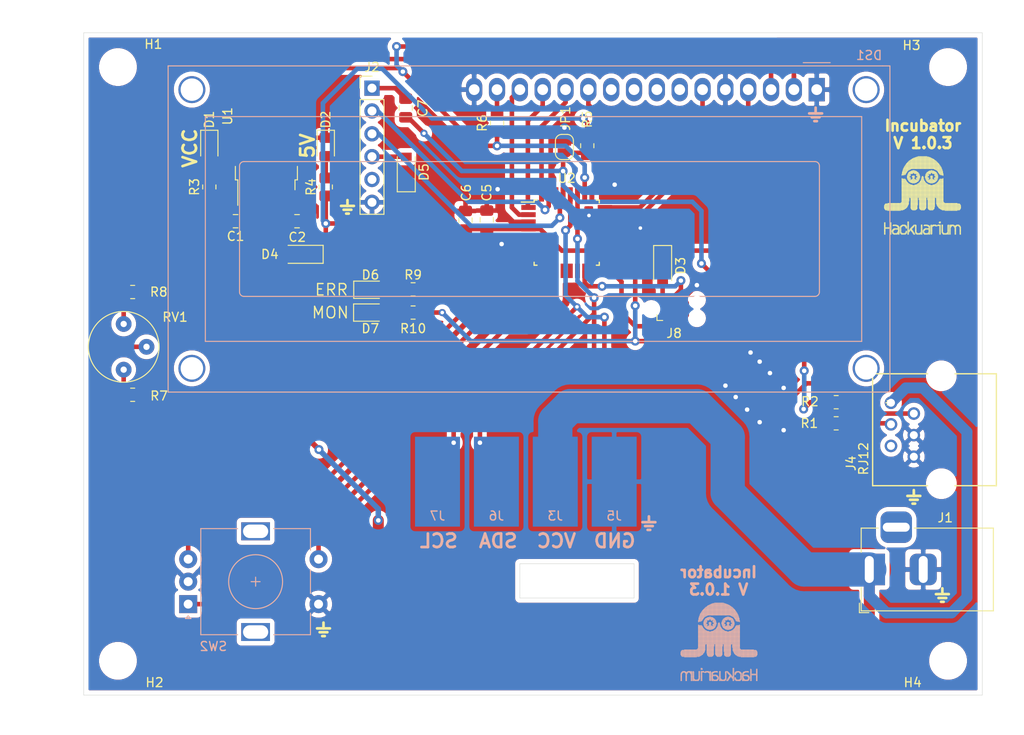
<source format=kicad_pcb>
(kicad_pcb (version 20171130) (host pcbnew 5.1.12-84ad8e8a86~92~ubuntu20.04.1)
  (title_block (title Simple-Screen) (date 2021-08-05) (rev 1.1.0) (company Hackuarium))
  (layers (0 F.Cu signal) (31 B.Cu signal) (34 B.Paste user) (35 F.Paste user) (36 B.SilkS user) (37 F.SilkS user) (38 B.Mask user) (39 F.Mask user) (44 Edge.Cuts user))
  (net 0 "")
  (net 1 GND)
  (net 2 12V)
  (net 3 "Net-(C2-Pad1)")
  (net 4 VIN)
  (net 5 "Net-(D2-Pad2)")
  (net 6 "Net-(D3-Pad2)")
  (net 7 "Net-(DS1-Pad3)")
  (net 8 D3)
  (net 9 D2)
  (net 10 "Net-(DS1-Pad7)")
  (net 11 "Net-(DS1-Pad8)")
  (net 12 "Net-(DS1-Pad9)")
  (net 13 "Net-(DS1-Pad10)")
  (net 14 D4)
  (net 15 D5)
  (net 16 D6)
  (net 17 D7)
  (net 18 "Net-(DS1-Pad15)")
  (net 19 "Net-(J1-Pad3)")
  (net 20 MISO)
  (net 21 MOSI)
  (net 22 ~RESET)
  (net 23 SCL)
  (net 24 SDA)
  (net 25 "Net-(J4-Pad5)")
  (net 26 "Net-(R7-Pad2)")
  (net 27 "Net-(R8-Pad1)")
  (net 28 C2)
  (net 29 C1)
  (net 30 C0)
  (net 31 "Net-(U2-Pad12)")
  (net 32 "Net-(U2-Pad13)")
  (net 33 "Net-(U2-Pad14)")
  (net 34 "Net-(U2-Pad19)")
  (net 35 "Net-(U2-Pad20)")
  (net 36 "Net-(U2-Pad22)")
  (net 37 C3)
  (net 38 "Net-(D5-Pad2)")
  (net 39 "Net-(J2-Pad5)")
  (net 40 RX)
  (net 41 TX)
  (net 42 "Net-(D1-Pad2)")
  (net 43 "Net-(C7-Pad2)")
  (net 44 "Net-(D6-Pad2)")
  (net 45 "Net-(D7-Pad2)")
  (net 46 ERROR)
  (net 47 SCK|MONITORING)
  (net 48 "Net-(U2-Pad8)")
  (module MountingHole:MountingHole_3.2mm_M3 (layer F.Cu) (at 96.139 -3.81)
    (fp_text reference H4 (at -3.937 2.413) (layer F.SilkS))
    (fp_text value MountingHole)
    (pad 1 np_thru_hole circle (at 0 0) (size 3.2 3.2) (drill 3.2) (layers *.Cu *.Mask))
  )
  (module MountingHole:MountingHole_3.2mm_M3 (layer F.Cu) (at 96.139 -69.85)
    (fp_text reference H3 (at -4.064 -2.413) (layer F.SilkS))
    (fp_text value MountingHole)
    (pad 1 np_thru_hole circle (at 0 0) (size 3.2 3.2) (drill 3.2) (layers *.Cu *.Mask))
  )
  (module MountingHole:MountingHole_3.2mm_M3 (layer F.Cu) (at 3.81 -3.81)
    (fp_text reference H2 (at 4.064 2.413) (layer F.SilkS))
    (fp_text value MountingHole)
    (pad 1 np_thru_hole circle (at 0 0) (size 3.2 3.2) (drill 3.2) (layers *.Cu *.Mask))
  )
  (module MountingHole:MountingHole_3.2mm_M3 (layer F.Cu) (at 3.81 -69.85)
    (fp_text reference H1 (at 3.937 -2.54) (layer F.SilkS))
    (fp_text value MountingHole)
    (pad 1 np_thru_hole circle (at 0 0) (size 3.2 3.2) (drill 3.2) (layers *.Cu *.Mask))
  )
  (module incubator:logoHackuarium (layer B.Cu) (at 76.835 -12.065 180)
    (fp_text reference logoHackuarium hide)
    (fp_text value "" (at 0 0) (layer B.SilkS) (effects (font (size 1.27 1.27)) (justify mirror)))
  )
  (module incubator:logoHackuarium (layer F.Cu) (at 87.122 -61.722)
    (fp_text reference logoHackuarium hide)
    (fp_text value "" (at 0 0) (layer F.SilkS) (effects (font (size 1.27 1.27))))
  )
  (module Resistor_SMD:R_0805_2012Metric_Pad1.20x1.40mm_HandSolder (layer F.Cu) (at 36.637001 -42.545 180)
    (fp_text reference R10 (at 0 -1.778) (layer F.SilkS))
    (fp_text value 1k)
    (pad 2 smd roundrect (at 1 0 180) (size 1.2 1.4) (layers F.Cu F.Paste F.Mask) (roundrect_rratio 0.208333) (net 45 "Net-(D7-Pad2)"))
    (pad 1 smd roundrect (at -1 0 180) (size 1.2 1.4) (layers F.Cu F.Paste F.Mask) (roundrect_rratio 0.208333) (net 47 SCK|MONITORING))
  )
  (module Resistor_SMD:R_0805_2012Metric_Pad1.20x1.40mm_HandSolder (layer F.Cu) (at 36.637001 -45.125999 180)
    (fp_text reference R9 (at 0 1.610001) (layer F.SilkS))
    (fp_text value 1k)
    (pad 2 smd roundrect (at 1 0 180) (size 1.2 1.4) (layers F.Cu F.Paste F.Mask) (roundrect_rratio 0.208333) (net 44 "Net-(D6-Pad2)"))
    (pad 1 smd roundrect (at -1 0 180) (size 1.2 1.4) (layers F.Cu F.Paste F.Mask) (roundrect_rratio 0.208333) (net 46 ERROR))
  )
  (module LED_SMD:LED_0805_2012Metric_Pad1.15x1.40mm_HandSolder (layer F.Cu) (at 31.877 -42.545)
    (fp_text reference D7 (at 0 1.778) (layer F.SilkS))
    (fp_text value GREEN)
    (pad 2 smd roundrect (at 1.025 0) (size 1.15 1.4) (layers F.Cu F.Paste F.Mask) (roundrect_rratio 0.217391) (net 45 "Net-(D7-Pad2)"))
    (pad 1 smd roundrect (at -1.025 0) (size 1.15 1.4) (layers F.Cu F.Paste F.Mask) (roundrect_rratio 0.217391) (net 1 GND))
  )
  (module LED_SMD:LED_0805_2012Metric_Pad1.15x1.40mm_HandSolder (layer F.Cu) (at 31.892001 -45.080999)
    (fp_text reference D6 (at 0 -1.65) (layer F.SilkS))
    (fp_text value GREEN)
    (pad 2 smd roundrect (at 1.025 0) (size 1.15 1.4) (layers F.Cu F.Paste F.Mask) (roundrect_rratio 0.217391) (net 44 "Net-(D6-Pad2)"))
    (pad 1 smd roundrect (at -1.025 0) (size 1.15 1.4) (layers F.Cu F.Paste F.Mask) (roundrect_rratio 0.217391) (net 1 GND))
  )
  (module Connector:Tag-Connect_TC2030-IDC-NL_2x03_P1.27mm_Vertical (layer F.Cu) (at 65.666 -42.935)
    (fp_text reference J8 (at 0 2.7) (layer F.SilkS))
    (fp_text value Conn_02x03_Odd_Even)
    (pad 6 connect circle (at 1.27 -0.635) (size 0.7874 0.7874) (layers F.Cu F.Mask) (net 1 GND))
    (pad 5 connect circle (at 1.27 0.635) (size 0.7874 0.7874) (layers F.Cu F.Mask) (net 22 ~RESET))
    (pad 4 connect circle (at 0 -0.635) (size 0.7874 0.7874) (layers F.Cu F.Mask) (net 21 MOSI))
    (pad 3 connect circle (at 0 0.635) (size 0.7874 0.7874) (layers F.Cu F.Mask) (net 47 SCK|MONITORING))
    (pad 2 connect circle (at -1.27 -0.635) (size 0.7874 0.7874) (layers F.Cu F.Mask) (net 6 "Net-(D3-Pad2)"))
    (pad 1 connect circle (at -1.27 0.635) (size 0.7874 0.7874) (layers F.Cu F.Mask) (net 20 MISO))
    (pad "" np_thru_hole circle (at -2.54 0) (size 0.9906 0.9906) (drill 0.9906) (layers *.Cu *.Mask))
    (pad "" np_thru_hole circle (at 2.54 1.016) (size 0.9906 0.9906) (drill 0.9906) (layers *.Cu *.Mask))
    (pad "" np_thru_hole circle (at 2.54 -1.016) (size 0.9906 0.9906) (drill 0.9906) (layers *.Cu *.Mask))
  )
  (module Diode_SMD:D_SOD-123 (layer F.Cu) (at 64.389 -47.752 270)
    (fp_text reference D3 (at 0 -2 90) (layer F.SilkS))
    (fp_text value MBR0520LT)
    (pad 2 smd rect (at 1.65 0 270) (size 0.9 1.2) (layers F.Cu F.Paste F.Mask) (net 6 "Net-(D3-Pad2)"))
    (pad 1 smd rect (at -1.65 0 270) (size 0.9 1.2) (layers F.Cu F.Paste F.Mask) (net 4 VIN))
  )
  (module Package_TO_SOT_SMD:TO-252-2 (layer F.Cu) (at 20.319 -59.773 90)
    (fp_text reference U1 (at 4.616 -4.317 90) (layer F.SilkS))
    (fp_text value LM78M05_TO252)
    (pad 2 smd rect (at 2.1 0 90) (size 6.4 5.8) (layers F.Cu F.Mask) (net 1 GND))
    (pad 3 smd rect (at -4.2 2.28 90) (size 2.2 1.2) (layers F.Cu F.Paste F.Mask) (net 3 "Net-(C2-Pad1)"))
    (pad 1 smd rect (at -4.2 -2.28 90) (size 2.2 1.2) (layers F.Cu F.Paste F.Mask) (net 2 12V))
  )
  (module Resistor_SMD:R_0805_2012Metric_Pad1.20x1.40mm_HandSolder (layer F.Cu) (at 26.924 -56.515 90)
    (fp_text reference R4 (at 0 -1.65 90) (layer F.SilkS))
    (fp_text value 1k)
    (pad 2 smd roundrect (at 1 0 90) (size 1.2 1.4) (layers F.Cu F.Paste F.Mask) (roundrect_rratio 0.208333) (net 5 "Net-(D2-Pad2)"))
    (pad 1 smd roundrect (at -1 0 90) (size 1.2 1.4) (layers F.Cu F.Paste F.Mask) (roundrect_rratio 0.208333) (net 4 VIN))
  )
  (module Resistor_SMD:R_0805_2012Metric_Pad1.20x1.40mm_HandSolder (layer F.Cu) (at 13.97 -56.515 90)
    (fp_text reference R3 (at 0 -1.65 90) (layer F.SilkS))
    (fp_text value 10k)
    (pad 2 smd roundrect (at 1 0 90) (size 1.2 1.4) (layers F.Cu F.Paste F.Mask) (roundrect_rratio 0.208333) (net 42 "Net-(D1-Pad2)"))
    (pad 1 smd roundrect (at -1 0 90) (size 1.2 1.4) (layers F.Cu F.Paste F.Mask) (roundrect_rratio 0.208333) (net 2 12V))
  )
  (module LED_SMD:LED_0805_2012Metric_Pad1.15x1.40mm_HandSolder (layer F.Cu) (at 26.924 -60.96 270)
    (fp_text reference D2 (at -3.048 0 90) (layer F.SilkS))
    (fp_text value RED)
    (pad 2 smd roundrect (at 1.025 0 270) (size 1.15 1.4) (layers F.Cu F.Paste F.Mask) (roundrect_rratio 0.217391) (net 5 "Net-(D2-Pad2)"))
    (pad 1 smd roundrect (at -1.025 0 270) (size 1.15 1.4) (layers F.Cu F.Paste F.Mask) (roundrect_rratio 0.217391) (net 1 GND))
  )
  (module LED_SMD:LED_0805_2012Metric_Pad1.15x1.40mm_HandSolder (layer F.Cu) (at 13.97 -60.96 270)
    (fp_text reference D1 (at -3.048 0 90) (layer F.SilkS))
    (fp_text value RED)
    (pad 2 smd roundrect (at 1.025 0 270) (size 1.15 1.4) (layers F.Cu F.Paste F.Mask) (roundrect_rratio 0.217391) (net 42 "Net-(D1-Pad2)"))
    (pad 1 smd roundrect (at -1.025 0 270) (size 1.15 1.4) (layers F.Cu F.Paste F.Mask) (roundrect_rratio 0.217391) (net 1 GND))
  )
  (module Capacitor_SMD:C_0805_2012Metric_Pad1.18x1.45mm_HandSolder (layer F.Cu) (at 23.7275 -52.705)
    (fp_text reference C2 (at 0.0215 1.778) (layer F.SilkS))
    (fp_text value 100n)
    (pad 2 smd roundrect (at 1.0375 0) (size 1.175 1.45) (layers F.Cu F.Paste F.Mask) (roundrect_rratio 0.212766) (net 1 GND))
    (pad 1 smd roundrect (at -1.0375 0) (size 1.175 1.45) (layers F.Cu F.Paste F.Mask) (roundrect_rratio 0.212766) (net 3 "Net-(C2-Pad1)"))
  )
  (module Capacitor_SMD:C_0805_2012Metric_Pad1.18x1.45mm_HandSolder (layer F.Cu) (at 16.891 -52.705 180)
    (fp_text reference C1 (at 0 -1.68) (layer F.SilkS))
    (fp_text value 0.33u)
    (pad 2 smd roundrect (at 1.0375 0 180) (size 1.175 1.45) (layers F.Cu F.Paste F.Mask) (roundrect_rratio 0.212766) (net 1 GND))
    (pad 1 smd roundrect (at -1.0375 0 180) (size 1.175 1.45) (layers F.Cu F.Paste F.Mask) (roundrect_rratio 0.212766) (net 2 12V))
  )
  (module Connector_Wire:SolderWirePad_1x01_SMD_5x10mm (layer B.Cu) (at 39.351001 -23.736)
    (fp_text reference J7 (at 0 3.81) (layer B.SilkS) (effects (justify mirror)))
    (fp_text value Conn_01x01)
    (pad 1 smd rect (at 0 0) (size 5 10) (layers B.Cu B.Paste B.Mask) (net 23 SCL))
  )
  (module Connector_Wire:SolderWirePad_1x01_SMD_5x10mm (layer B.Cu) (at 45.901001 -23.736)
    (fp_text reference J6 (at 0 3.81) (layer B.SilkS) (effects (justify mirror)))
    (fp_text value Conn_01x01)
    (pad 1 smd rect (at 0 0) (size 5 10) (layers B.Cu B.Paste B.Mask) (net 24 SDA))
  )
  (module Connector_Wire:SolderWirePad_1x01_SMD_5x10mm (layer B.Cu) (at 59.001001 -23.736)
    (fp_text reference J5 (at 0 3.81) (layer B.SilkS) (effects (justify mirror)))
    (fp_text value Conn_01x01)
    (pad 1 smd rect (at 0 0) (size 5 10) (layers B.Cu B.Paste B.Mask) (net 1 GND))
  )
  (module Connector_Wire:SolderWirePad_1x01_SMD_5x10mm (layer B.Cu) (at 52.451001 -23.736)
    (fp_text reference J3 (at 0 3.81) (layer B.SilkS) (effects (justify mirror)))
    (fp_text value Conn_01x01)
    (pad 1 smd rect (at 0 0) (size 5 10) (layers B.Cu B.Paste B.Mask) (net 2 12V))
  )
  (module Jumper:SolderJumper-2_P1.3mm_Open_RoundedPad1.0x1.5mm (layer F.Cu) (at 53.467 -60.96 270)
    (fp_text reference JP1 (at -3.175 -0.127 90) (layer F.SilkS))
    (fp_text value SolderJumper_2_Open)
    (pad 2 smd custom (at 0.65 0 270) (size 1 0.5) (layers F.Cu F.Mask) (net 22 ~RESET) (options (clearance outline) (anchor rect)) (primitives (gr_circle (center 0 0.25) (end 0.5 0.25) (width 0)) (gr_circle (center 0 -0.25) (end 0.5 -0.25) (width 0)) (gr_poly (pts (xy 0 -0.75) (xy -0.5 -0.75) (xy -0.5 0.75) (xy 0 0.75)) (width 0))))
    (pad 1 smd custom (at -0.65 0 270) (size 1 0.5) (layers F.Cu F.Mask) (net 1 GND) (options (clearance outline) (anchor rect)) (primitives (gr_circle (center 0 0.25) (end 0.5 0.25) (width 0)) (gr_circle (center 0 -0.25) (end 0.5 -0.25) (width 0)) (gr_poly (pts (xy 0 -0.75) (xy 0.5 -0.75) (xy 0.5 0.75) (xy 0 0.75)) (width 0))))
  )
  (module Connector_PinHeader_2.54mm:PinHeader_1x06_P2.54mm_Vertical (layer F.Cu) (at 32.065 -67.506)
    (fp_text reference J2 (at 0 -2.33) (layer F.SilkS))
    (fp_text value Conn_01x06)
    (pad 6 thru_hole oval (at 0 12.7) (size 1.7 1.7) (drill 1) (layers *.Cu *.Mask) (net 1 GND))
    (pad 5 thru_hole oval (at 0 10.16) (size 1.7 1.7) (drill 1) (layers *.Cu *.Mask) (net 39 "Net-(J2-Pad5)"))
    (pad 4 thru_hole oval (at 0 7.62) (size 1.7 1.7) (drill 1) (layers *.Cu *.Mask) (net 38 "Net-(D5-Pad2)"))
    (pad 3 thru_hole oval (at 0 5.08) (size 1.7 1.7) (drill 1) (layers *.Cu *.Mask) (net 40 RX))
    (pad 2 thru_hole oval (at 0 2.54) (size 1.7 1.7) (drill 1) (layers *.Cu *.Mask) (net 41 TX))
    (pad 1 thru_hole rect (at 0 0) (size 1.7 1.7) (drill 1) (layers *.Cu *.Mask) (net 43 "Net-(C7-Pad2)"))
  )
  (module Diode_SMD:D_SOD-123 (layer F.Cu) (at 35.8775 -58.2295 90)
    (fp_text reference D5 (at -0.0635 1.9685 90) (layer F.SilkS))
    (fp_text value MBR0520LT)
    (pad 2 smd rect (at 1.65 0 90) (size 0.9 1.2) (layers F.Cu F.Paste F.Mask) (net 38 "Net-(D5-Pad2)"))
    (pad 1 smd rect (at -1.65 0 90) (size 0.9 1.2) (layers F.Cu F.Paste F.Mask) (net 4 VIN))
  )
  (module Diode_SMD:D_SOD-123 (layer F.Cu) (at 24.384 -49.022 180)
    (fp_text reference D4 (at 3.683 0) (layer F.SilkS))
    (fp_text value MBR0520LT)
    (pad 2 smd rect (at 1.65 0 180) (size 0.9 1.2) (layers F.Cu F.Paste F.Mask) (net 3 "Net-(C2-Pad1)"))
    (pad 1 smd rect (at -1.65 0 180) (size 0.9 1.2) (layers F.Cu F.Paste F.Mask) (net 4 VIN))
  )
  (module Capacitor_SMD:C_0805_2012Metric_Pad1.18x1.45mm_HandSolder (layer F.Cu) (at 35.814 -65.2995 90)
    (fp_text reference C7 (at -0.0215 1.905 90) (layer F.SilkS))
    (fp_text value 100n)
    (pad 2 smd roundrect (at 1.0375 0 90) (size 1.175 1.45) (layers F.Cu F.Paste F.Mask) (roundrect_rratio 0.212766) (net 43 "Net-(C7-Pad2)"))
    (pad 1 smd roundrect (at -1.0375 0 90) (size 1.175 1.45) (layers F.Cu F.Paste F.Mask) (roundrect_rratio 0.212766) (net 22 ~RESET))
  )
  (module Capacitor_SMD:C_0805_2012Metric_Pad1.18x1.45mm_HandSolder (layer F.Cu) (at 44.831 -52.8535 90)
    (fp_text reference C5 (at 3.0265 0 90) (layer F.SilkS))
    (fp_text value 10u)
    (pad 1 smd roundrect (at -1.0375 0 90) (size 1.175 1.45) (layers F.Cu F.Paste F.Mask) (roundrect_rratio 0.212766) (net 4 VIN))
    (pad 2 smd roundrect (at 1.0375 0 90) (size 1.175 1.45) (layers F.Cu F.Paste F.Mask) (roundrect_rratio 0.212766) (net 1 GND))
  )
  (module Capacitor_SMD:C_0805_2012Metric_Pad1.18x1.45mm_HandSolder (layer F.Cu) (at 42.465499 -52.8105 90)
    (fp_text reference C6 (at 3.0695 0.079501 90) (layer F.SilkS))
    (fp_text value 100n)
    (pad 2 smd roundrect (at 1.0375 0 90) (size 1.175 1.45) (layers F.Cu F.Paste F.Mask) (roundrect_rratio 0.212766) (net 1 GND))
    (pad 1 smd roundrect (at -1.0375 0 90) (size 1.175 1.45) (layers F.Cu F.Paste F.Mask) (roundrect_rratio 0.212766) (net 4 VIN))
  )
  (module Display:WC1602A (layer B.Cu) (at 81.53 -67.34 180)
    (fp_text reference DS1 (at -5.82 3.81) (layer B.SilkS) (effects (justify mirror)))
    (fp_text value WC1602A)
    (pad 1 thru_hole rect (at 0 0 180) (size 1.8 2.6) (drill 1.2) (layers *.Cu *.Mask) (net 1 GND))
    (pad 2 thru_hole oval (at 2.54 0 180) (size 1.8 2.6) (drill 1.2) (layers *.Cu *.Mask) (net 37 C3))
    (pad 3 thru_hole oval (at 5.08 0 180) (size 1.8 2.6) (drill 1.2) (layers *.Cu *.Mask) (net 7 "Net-(DS1-Pad3)"))
    (pad 4 thru_hole oval (at 7.62 0 180) (size 1.8 2.6) (drill 1.2) (layers *.Cu *.Mask) (net 30 C0))
    (pad 5 thru_hole oval (at 10.16 0 180) (size 1.8 2.6) (drill 1.2) (layers *.Cu *.Mask) (net 1 GND))
    (pad 6 thru_hole oval (at 12.7 0 180) (size 1.8 2.6) (drill 1.2) (layers *.Cu *.Mask) (net 29 C1))
    (pad 7 thru_hole oval (at 15.24 0 180) (size 1.8 2.6) (drill 1.2) (layers *.Cu *.Mask) (net 10 "Net-(DS1-Pad7)"))
    (pad 8 thru_hole oval (at 17.78 0 180) (size 1.8 2.6) (drill 1.2) (layers *.Cu *.Mask) (net 11 "Net-(DS1-Pad8)"))
    (pad 9 thru_hole oval (at 20.32 0 180) (size 1.8 2.6) (drill 1.2) (layers *.Cu *.Mask) (net 12 "Net-(DS1-Pad9)"))
    (pad 10 thru_hole oval (at 22.86 0 180) (size 1.8 2.6) (drill 1.2) (layers *.Cu *.Mask) (net 13 "Net-(DS1-Pad10)"))
    (pad 11 thru_hole oval (at 25.4 0 180) (size 1.8 2.6) (drill 1.2) (layers *.Cu *.Mask) (net 28 C2))
    (pad 12 thru_hole oval (at 27.94 0 180) (size 1.8 2.6) (drill 1.2) (layers *.Cu *.Mask) (net 9 D2))
    (pad 13 thru_hole oval (at 30.48 0 180) (size 1.8 2.6) (drill 1.2) (layers *.Cu *.Mask) (net 8 D3))
    (pad 14 thru_hole oval (at 33.02 0 180) (size 1.8 2.6) (drill 1.2) (layers *.Cu *.Mask) (net 14 D4))
    (pad 15 thru_hole oval (at 35.56 0 180) (size 1.8 2.6) (drill 1.2) (layers *.Cu *.Mask) (net 18 "Net-(DS1-Pad15)"))
    (pad 16 thru_hole oval (at 38.1 0 180) (size 1.8 2.6) (drill 1.2) (layers *.Cu *.Mask) (net 1 GND))
    (pad "" thru_hole circle (at -5.4991 0 180) (size 3 3) (drill 2.5) (layers *.Cu *.Mask))
    (pad "" thru_hole circle (at -5.4991 -31.0007 180) (size 3 3) (drill 2.5) (layers *.Cu *.Mask))
    (pad "" thru_hole circle (at 69.49948 -31.0007 180) (size 3 3) (drill 2.5) (layers *.Cu *.Mask))
    (pad "" thru_hole circle (at 69.5 0 180) (size 3 3) (drill 2.5) (layers *.Cu *.Mask))
  )
  (module Connector_BarrelJack:BarrelJack_Horizontal (layer F.Cu) (at 87.376 -13.97 180)
    (fp_text reference J1 (at -8.45 5.75) (layer F.SilkS))
    (fp_text value Barrel_Jack_MountingPin)
    (pad 1 thru_hole rect (at 0 0 180) (size 3.5 3.5) (drill oval 1 3) (layers *.Cu *.Mask) (net 2 12V))
    (pad 2 thru_hole roundrect (at -6 0 180) (size 3 3.5) (drill oval 1 3) (layers *.Cu *.Mask) (net 1 GND))
    (pad 3 thru_hole roundrect (at -3 4.7 180) (size 3.5 3.5) (drill oval 3 1) (layers *.Cu *.Mask) (net 19 "Net-(J1-Pad3)"))
  )
  (module incubator:E5566-Q0LK22-L (layer F.Cu) (at 89.789 -32.512 270)
    (fp_text reference J4 (at 6.731 4.445 90) (layer F.SilkS))
    (fp_text value RJ12 (at 6.223 3.048 90) (layer F.SilkS))
    (fp_text user * (at 0 0 90) (layer F.SilkS))
    (pad 1 thru_hole circle (at 0 0 270) (size 1.397 1.397) (drill 0.889) (layers *.Cu *.Mask) (net 2 12V))
    (pad 2 thru_hole circle (at 1.2 -2.54 270) (size 1.397 1.397) (drill 0.889) (layers *.Cu *.Mask) (net 23 SCL))
    (pad 3 thru_hole circle (at 2.4 0 270) (size 1.397 1.397) (drill 0.889) (layers *.Cu *.Mask) (net 24 SDA))
    (pad 4 thru_hole circle (at 3.6 -2.54 270) (size 1.397 1.397) (drill 0.889) (layers *.Cu *.Mask) (net 1 GND))
    (pad 5 thru_hole circle (at 4.800001 0 270) (size 1.397 1.397) (drill 0.889) (layers *.Cu *.Mask) (net 25 "Net-(J4-Pad5)"))
    (pad 6 thru_hole circle (at 6.000001 -2.54 270) (size 1.397 1.397) (drill 0.889) (layers *.Cu *.Mask) (net 1 GND))
    (pad 7 np_thru_hole circle (at -3 -5.6 270) (size 2.413 2.413) (drill 2.413) (layers *.Cu *.Mask))
    (pad 8 np_thru_hole circle (at 8.999998 -5.6 270) (size 2.413 2.413) (drill 2.413) (layers *.Cu *.Mask))
  )
  (module Resistor_SMD:R_0805_2012Metric_Pad1.20x1.40mm_HandSolder (layer F.Cu) (at 83.693 -30.226)
    (fp_text reference R1 (at -2.9845 0) (layer F.SilkS))
    (fp_text value 10k)
    (pad 1 smd roundrect (at -1 0) (size 1.2 1.4) (layers F.Cu F.Paste F.Mask) (roundrect_rratio 0.208333) (net 4 VIN))
    (pad 2 smd roundrect (at 1 0) (size 1.2 1.4) (layers F.Cu F.Paste F.Mask) (roundrect_rratio 0.208333) (net 24 SDA))
  )
  (module Resistor_SMD:R_0805_2012Metric_Pad1.20x1.40mm_HandSolder (layer F.Cu) (at 83.693 -32.5755)
    (fp_text reference R2 (at -2.921 -0.0635) (layer F.SilkS))
    (fp_text value 10k)
    (pad 2 smd roundrect (at 1 0) (size 1.2 1.4) (layers F.Cu F.Paste F.Mask) (roundrect_rratio 0.208333) (net 23 SCL))
    (pad 1 smd roundrect (at -1 0) (size 1.2 1.4) (layers F.Cu F.Paste F.Mask) (roundrect_rratio 0.208333) (net 4 VIN))
  )
  (module Resistor_SMD:R_0805_2012Metric_Pad1.20x1.40mm_HandSolder (layer F.Cu) (at 56.007 -61.103 270)
    (fp_text reference R5 (at -2.937 0 90) (layer F.SilkS))
    (fp_text value 100k)
    (pad 1 smd roundrect (at -1 0 270) (size 1.2 1.4) (layers F.Cu F.Paste F.Mask) (roundrect_rratio 0.208333) (net 4 VIN))
    (pad 2 smd roundrect (at 1 0 270) (size 1.2 1.4) (layers F.Cu F.Paste F.Mask) (roundrect_rratio 0.208333) (net 22 ~RESET))
  )
  (module Resistor_SMD:R_0805_2012Metric_Pad1.20x1.40mm_HandSolder (layer F.Cu) (at 45.974 -63.627 90)
    (fp_text reference R6 (at 0 -1.65 270) (layer F.SilkS))
    (fp_text value 0)
    (pad 2 smd roundrect (at 1 0 90) (size 1.2 1.4) (layers F.Cu F.Paste F.Mask) (roundrect_rratio 0.208333) (net 18 "Net-(DS1-Pad15)"))
    (pad 1 smd roundrect (at -1 0 90) (size 1.2 1.4) (layers F.Cu F.Paste F.Mask) (roundrect_rratio 0.208333) (net 37 C3))
  )
  (module Resistor_SMD:R_0805_2012Metric_Pad1.20x1.40mm_HandSolder (layer F.Cu) (at 5.445 -33.401 180)
    (fp_text reference R7 (at -2.937 -0.127) (layer F.SilkS))
    (fp_text value 100)
    (pad 2 smd roundrect (at 1 0 180) (size 1.2 1.4) (layers F.Cu F.Paste F.Mask) (roundrect_rratio 0.208333) (net 26 "Net-(R7-Pad2)"))
    (pad 1 smd roundrect (at -1 0 180) (size 1.2 1.4) (layers F.Cu F.Paste F.Mask) (roundrect_rratio 0.208333) (net 37 C3))
  )
  (module Resistor_SMD:R_0805_2012Metric_Pad1.20x1.40mm_HandSolder (layer F.Cu) (at 5.445 -44.831)
    (fp_text reference R8 (at 2.905 0 180) (layer F.SilkS))
    (fp_text value 100)
    (pad 1 smd roundrect (at -1 0) (size 1.2 1.4) (layers F.Cu F.Paste F.Mask) (roundrect_rratio 0.208333) (net 27 "Net-(R8-Pad1)"))
    (pad 2 smd roundrect (at 1 0) (size 1.2 1.4) (layers F.Cu F.Paste F.Mask) (roundrect_rratio 0.208333) (net 1 GND))
  )
  (module Potentiometer_THT:Potentiometer_Bourns_3339P_Vertical_HandSoldering (layer F.Cu) (at 4.445 -41.275 180)
    (fp_text reference RV1 (at -5.715 0.762) (layer F.SilkS))
    (fp_text value 10k)
    (pad 3 thru_hole circle (at 0 -5.08 180) (size 1.75 1.75) (drill 0.7) (layers *.Cu *.Mask) (net 26 "Net-(R7-Pad2)"))
    (pad 2 thru_hole circle (at -2.54 -2.54 180) (size 1.75 1.75) (drill 0.7) (layers *.Cu *.Mask) (net 7 "Net-(DS1-Pad3)"))
    (pad 1 thru_hole circle (at 0 0 180) (size 1.75 1.75) (drill 0.7) (layers *.Cu *.Mask) (net 27 "Net-(R8-Pad1)"))
  )
  (module Rotary_Encoder:RotaryEncoder_Alps_EC11E-Switch_Vertical_H20mm (layer B.Cu) (at 11.6206 -10.1151)
    (fp_text reference SW2 (at 2.8 4.7) (layer B.SilkS) (effects (justify mirror)))
    (fp_text value Rotary_Encoder_Switch)
    (pad S1 thru_hole circle (at 14.5 -5) (size 2 2) (drill 1) (layers *.Cu *.Mask) (net 17 D7))
    (pad S2 thru_hole circle (at 14.5 0) (size 2 2) (drill 1) (layers *.Cu *.Mask) (net 1 GND))
    (pad MP thru_hole rect (at 7.5 -8.1) (size 3.2 2) (drill oval 2.8 1.5) (layers *.Cu *.Mask))
    (pad MP thru_hole rect (at 7.5 3.1) (size 3.2 2) (drill oval 2.8 1.5) (layers *.Cu *.Mask))
    (pad B thru_hole circle (at 0 -5) (size 2 2) (drill 1) (layers *.Cu *.Mask) (net 15 D5))
    (pad C thru_hole circle (at 0 -2.5) (size 2 2) (drill 1) (layers *.Cu *.Mask) (net 1 GND))
    (pad A thru_hole rect (at 0 0) (size 2 2) (drill 1) (layers *.Cu *.Mask) (net 16 D6))
  )
  (module Package_QFP:TQFP-32_7x7mm_P0.8mm (layer F.Cu) (at 53.721 -51.435)
    (fp_text reference U2 (at 0 -6.05) (layer F.SilkS))
    (fp_text value ATmega328P-AU)
    (pad 1 smd rect (at -4.25 -2.8) (size 1.6 0.55) (layers F.Cu F.Paste F.Mask) (net 8 D3))
    (pad 2 smd rect (at -4.25 -2) (size 1.6 0.55) (layers F.Cu F.Paste F.Mask) (net 14 D4))
    (pad 3 smd rect (at -4.25 -1.2) (size 1.6 0.55) (layers F.Cu F.Paste F.Mask) (net 1 GND))
    (pad 4 smd rect (at -4.25 -0.4) (size 1.6 0.55) (layers F.Cu F.Paste F.Mask) (net 4 VIN))
    (pad 5 smd rect (at -4.25 0.4) (size 1.6 0.55) (layers F.Cu F.Paste F.Mask) (net 1 GND))
    (pad 6 smd rect (at -4.25 1.2) (size 1.6 0.55) (layers F.Cu F.Paste F.Mask) (net 4 VIN))
    (pad 7 smd rect (at -4.25 2) (size 1.6 0.55) (layers F.Cu F.Paste F.Mask) (net 46 ERROR))
    (pad 8 smd rect (at -4.25 2.8) (size 1.6 0.55) (layers F.Cu F.Paste F.Mask) (net 48 "Net-(U2-Pad8)"))
    (pad 9 smd rect (at -2.8 4.25 90) (size 1.6 0.55) (layers F.Cu F.Paste F.Mask) (net 15 D5))
    (pad 10 smd rect (at -2 4.25 90) (size 1.6 0.55) (layers F.Cu F.Paste F.Mask) (net 16 D6))
    (pad 11 smd rect (at -1.2 4.25 90) (size 1.6 0.55) (layers F.Cu F.Paste F.Mask) (net 17 D7))
    (pad 12 smd rect (at -0.4 4.25 90) (size 1.6 0.55) (layers F.Cu F.Paste F.Mask) (net 31 "Net-(U2-Pad12)"))
    (pad 13 smd rect (at 0.4 4.25 90) (size 1.6 0.55) (layers F.Cu F.Paste F.Mask) (net 32 "Net-(U2-Pad13)"))
    (pad 14 smd rect (at 1.2 4.25 90) (size 1.6 0.55) (layers F.Cu F.Paste F.Mask) (net 33 "Net-(U2-Pad14)"))
    (pad 15 smd rect (at 2 4.25 90) (size 1.6 0.55) (layers F.Cu F.Paste F.Mask) (net 21 MOSI))
    (pad 16 smd rect (at 2.8 4.25 90) (size 1.6 0.55) (layers F.Cu F.Paste F.Mask) (net 20 MISO))
    (pad 17 smd rect (at 4.25 2.8) (size 1.6 0.55) (layers F.Cu F.Paste F.Mask) (net 47 SCK|MONITORING))
    (pad 18 smd rect (at 4.25 2) (size 1.6 0.55) (layers F.Cu F.Paste F.Mask) (net 4 VIN))
    (pad 19 smd rect (at 4.25 1.2) (size 1.6 0.55) (layers F.Cu F.Paste F.Mask) (net 34 "Net-(U2-Pad19)"))
    (pad 20 smd rect (at 4.25 0.4) (size 1.6 0.55) (layers F.Cu F.Paste F.Mask) (net 35 "Net-(U2-Pad20)"))
    (pad 21 smd rect (at 4.25 -0.4) (size 1.6 0.55) (layers F.Cu F.Paste F.Mask) (net 1 GND))
    (pad 22 smd rect (at 4.25 -1.2) (size 1.6 0.55) (layers F.Cu F.Paste F.Mask) (net 36 "Net-(U2-Pad22)"))
    (pad 23 smd rect (at 4.25 -2) (size 1.6 0.55) (layers F.Cu F.Paste F.Mask) (net 30 C0))
    (pad 24 smd rect (at 4.25 -2.8) (size 1.6 0.55) (layers F.Cu F.Paste F.Mask) (net 29 C1))
    (pad 25 smd rect (at 2.8 -4.25 90) (size 1.6 0.55) (layers F.Cu F.Paste F.Mask) (net 28 C2))
    (pad 26 smd rect (at 2 -4.25 90) (size 1.6 0.55) (layers F.Cu F.Paste F.Mask) (net 37 C3))
    (pad 27 smd rect (at 1.2 -4.25 90) (size 1.6 0.55) (layers F.Cu F.Paste F.Mask) (net 24 SDA))
    (pad 28 smd rect (at 0.4 -4.25 90) (size 1.6 0.55) (layers F.Cu F.Paste F.Mask) (net 23 SCL))
    (pad 29 smd rect (at -0.4 -4.25 90) (size 1.6 0.55) (layers F.Cu F.Paste F.Mask) (net 22 ~RESET))
    (pad 30 smd rect (at -1.2 -4.25 90) (size 1.6 0.55) (layers F.Cu F.Paste F.Mask) (net 40 RX))
    (pad 31 smd rect (at -2 -4.25 90) (size 1.6 0.55) (layers F.Cu F.Paste F.Mask) (net 41 TX))
    (pad 32 smd rect (at -2.8 -4.25 90) (size 1.6 0.55) (layers F.Cu F.Paste F.Mask) (net 9 D2))
  )
  (gr_text "Incubator\nV 1.0.3" (at 70.612 -12.7) (layer B.SilkS) (effects (font (size 1.2 1.2) (thickness 0.3)) (justify mirror)))
  (gr_text MON (at 27.432 -42.545) (layer F.SilkS) (effects (font (size 1.27 1.27))))
  (gr_text ERR (at 27.559 -45.085) (layer F.SilkS) (effects (font (size 1.27 1.27))))
  (gr_text SCL (at 39.497 -17.145) (layer B.SilkS) (effects (font (size 1.5 1.5) (thickness 0.3)) (justify mirror)))
  (gr_text SDA (at 46.101 -17.145) (layer B.SilkS) (effects (font (size 1.5 1.5) (thickness 0.3)) (justify mirror)))
  (gr_text VCC (at 52.578 -17.145) (layer B.SilkS) (effects (font (size 1.5 1.5) (thickness 0.3)) (justify mirror)))
  (gr_text GND (at 59.055 -17.145) (layer B.SilkS) (effects (font (size 1.5 1.5) (thickness 0.3)) (justify mirror)))
  (gr_text ⏚ (at 81.407 -64.516) (layer B.SilkS) (effects (font (size 1.5 1.5) (thickness 0.3))))
  (gr_text ⏚ (at 29.337 -54.229) (layer F.SilkS) (effects (font (size 1.5 1.5) (thickness 0.3))))
  (gr_text ⏚ (at 26.67 -7.239) (layer F.SilkS) (effects (font (size 1.5 1.5) (thickness 0.3))))
  (gr_text ⏚ (at 62.865 -19.05) (layer B.SilkS) (effects (font (size 1.5 1.5) (thickness 0.3))))
  (gr_text ⏚ (at 92.329 -21.971) (layer F.SilkS) (effects (font (size 1.5 1.5) (thickness 0.3))))
  (gr_text ⏚ (at 95.504 -11.049) (layer F.SilkS) (effects (font (size 1.5 1.5) (thickness 0.3))))
  (gr_text "Incubator\nV 1.0.3" (at 93.345 -62.357) (layer F.SilkS) (effects (font (size 1.2 1.2) (thickness 0.3))))
  (gr_text VCC (at 11.811 -60.833 90) (layer F.SilkS) (effects (font (size 1.5 1.5) (thickness 0.3))))
  (gr_text 5V (at 24.892 -61.087 90) (layer F.SilkS) (effects (font (size 1.5 1.5) (thickness 0.3))))
  (gr_line (start 61.214 -10.795) (end 61.214 -14.605) (layer Edge.Cuts) (width 0.05))
  (gr_line (start 61.214 -14.605) (end 48.514 -14.605) (layer Edge.Cuts) (width 0.05))
  (gr_line (start 48.514 -10.795) (end 61.214 -10.795) (layer Edge.Cuts) (width 0.05))
  (gr_line (start 48.514 -14.605) (end 48.514 -10.795) (layer Edge.Cuts) (width 0.05))
  (gr_line (start 0 -73.66) (end 0 0) (layer Edge.Cuts) (width 0.05))
  (gr_line (start 99.949 -73.66) (end 0 -73.66) (layer Edge.Cuts) (width 0.05))
  (gr_line (start 99.949 0) (end 99.949 -73.66) (layer Edge.Cuts) (width 0.05))
  (gr_line (start 0 0) (end 99.949 0) (layer Edge.Cuts) (width 0.05))
  (via (at 56.1975 -53.34) (size 0.8) (drill 0.4) (layers F.Cu B.Cu) (net 1))
  (via (at 61.9125 -51.943) (size 0.8) (drill 0.4) (layers F.Cu B.Cu) (net 1))
  (segment (start 46.0375 -56.261) (end 46.0375 -56.261) (width 0.508) (layer F.Cu) (net 1))
  (segment (start 47.5045 -52.635) (end 49.471 -52.635) (width 0.508) (layer F.Cu) (net 1))
  (segment (start 46.0375 -54.102) (end 47.5045 -52.635) (width 0.508) (layer F.Cu) (net 1))
  (segment (start 56.6865 -51.835) (end 57.971 -51.835) (width 0.508) (layer F.Cu) (net 1))
  (segment (start 56.1975 -52.324) (end 56.6865 -51.835) (width 0.508) (layer F.Cu) (net 1))
  (segment (start 56.1975 -53.34) (end 56.1975 -52.324) (width 0.508) (layer F.Cu) (net 1))
  (via (at 77.851 -34.163) (size 1) (drill 0.5) (layers F.Cu B.Cu) (net 1))
  (via (at 77.851 -29.464) (size 1) (drill 0.5) (layers F.Cu B.Cu) (net 1))
  (via (at 75.184 -30.353) (size 1) (drill 0.5) (layers F.Cu B.Cu) (net 1))
  (segment (start 46.482 -50.165) (end 46.482 -50.165) (width 0.508) (layer F.Cu) (net 1))
  (segment (start 47.352 -51.035) (end 47.606 -51.035) (width 0.508) (layer F.Cu) (net 1))
  (segment (start 49.471 -51.035) (end 47.606 -51.035) (width 0.508) (layer F.Cu) (net 1))
  (segment (start 46.0375 -56.261) (end 46.0375 -54.102) (width 0.508) (layer F.Cu) (net 1))
  (via (at 46.0375 -56.261) (size 1) (drill 0.5) (layers F.Cu B.Cu) (net 1))
  (segment (start 46.482 -50.165) (end 47.352 -51.035) (width 0.508) (layer F.Cu) (net 1))
  (via (at 46.482 -50.165) (size 1) (drill 0.5) (layers F.Cu B.Cu) (net 1))
  (via (at 59.055 -56.769) (size 1) (drill 0.5) (layers F.Cu B.Cu) (net 1))
  (via (at 53.467 -63.119) (size 1) (drill 0.5) (layers F.Cu B.Cu) (net 1))
  (segment (start 66.936 -43.57) (end 66.936 -44.33) (width 0.508) (layer F.Cu) (net 1))
  (segment (start 66.936 -44.33) (end 68.199 -45.593) (width 0.508) (layer F.Cu) (net 1))
  (segment (start 68.199 -45.593) (end 68.199 -45.593) (width 0.508) (layer F.Cu) (net 1))
  (via (at 68.199 -45.593) (size 1) (drill 0.5) (layers F.Cu B.Cu) (net 1))
  (via (at 73.787 -31.75) (size 1) (drill 0.5) (layers F.Cu B.Cu) (net 1))
  (via (at 72.517 -33.147) (size 1) (drill 0.5) (layers F.Cu B.Cu) (net 1))
  (via (at 71.374 -34.417) (size 1) (drill 0.5) (layers F.Cu B.Cu) (net 1))
  (via (at 76.327 -35.814) (size 1) (drill 0.5) (layers F.Cu B.Cu) (net 1))
  (via (at 75.184 -37.084) (size 1) (drill 0.5) (layers F.Cu B.Cu) (net 1))
  (via (at 74.168 -38.1) (size 1) (drill 0.5) (layers F.Cu B.Cu) (net 1))
  (segment (start 61.8045 -51.835) (end 61.9125 -51.943) (width 0.508) (layer F.Cu) (net 1))
  (segment (start 57.971 -51.835) (end 61.8045 -51.835) (width 0.508) (layer F.Cu) (net 1))
  (segment (start 19.431 -49.784) (end 19.431 -49.784) (width 0.508) (layer F.Cu) (net 2))
  (segment (start 87.376 -6.096) (end 83.82 -2.54) (width 1.2192) (layer F.Cu) (net 2))
  (segment (start 87.376 -13.97) (end 87.376 -6.096) (width 1.2192) (layer F.Cu) (net 2))
  (segment (start 89.789 -32.512) (end 91.44 -34.163) (width 1.2192) (layer B.Cu) (net 2))
  (segment (start 91.44 -34.163) (end 93.345 -34.163) (width 1.2192) (layer B.Cu) (net 2))
  (segment (start 87.376 -11.049) (end 87.376 -13.97) (width 1.2192) (layer B.Cu) (net 2))
  (segment (start 89.281 -9.144) (end 87.376 -11.049) (width 1.2192) (layer B.Cu) (net 2))
  (segment (start 38.1 -2.54) (end 37.465 -2.54) (width 1.2192) (layer F.Cu) (net 2))
  (segment (start 83.82 -2.54) (end 38.1 -2.54) (width 1.2192) (layer F.Cu) (net 2))
  (segment (start 37.465 -2.54) (end 32.766 -7.239) (width 1.2192) (layer F.Cu) (net 2))
  (segment (start 32.766 -7.239) (end 32.766 -19.431) (width 1.2192) (layer F.Cu) (net 2))
  (segment (start 32.766 -19.431) (end 32.766 -19.431) (width 0.508) (layer F.Cu) (net 2))
  (via (at 32.766 -19.431) (size 1) (drill 0.5) (layers F.Cu B.Cu) (net 2))
  (via (at 26.162 -27.305) (size 1) (drill 0.5) (layers F.Cu B.Cu) (net 2))
  (segment (start 32.766 -20.701) (end 32.766 -19.431) (width 0.6096) (layer B.Cu) (net 2))
  (segment (start 26.162 -27.305) (end 32.766 -20.701) (width 0.6096) (layer B.Cu) (net 2))
  (segment (start 96.012 -9.144) (end 89.281 -9.144) (width 1.2192) (layer B.Cu) (net 2))
  (segment (start 96.012 -9.144) (end 96.52 -9.144) (width 1.2192) (layer B.Cu) (net 2))
  (segment (start 96.52 -9.144) (end 98.2345 -10.8585) (width 1.2192) (layer B.Cu) (net 2))
  (segment (start 98.2345 -10.8585) (end 98.2345 -29.2735) (width 1.2192) (layer B.Cu) (net 2))
  (segment (start 93.345 -34.163) (end 98.2345 -29.2735) (width 1.2192) (layer B.Cu) (net 2))
  (segment (start 19.431 -34.036) (end 25.4635 -28.0035) (width 0.6096) (layer F.Cu) (net 2))
  (segment (start 19.431 -49.784) (end 19.431 -34.036) (width 0.6096) (layer F.Cu) (net 2))
  (segment (start 17.9285 -51.2865) (end 19.431 -49.784) (width 0.6096) (layer F.Cu) (net 2))
  (segment (start 25.4635 -28.0035) (end 26.162 -27.305) (width 0.6096) (layer F.Cu) (net 2))
  (segment (start 17.9285 -52.705) (end 17.9285 -51.2865) (width 0.6096) (layer F.Cu) (net 2))
  (segment (start 18.039 -52.8155) (end 17.9285 -52.705) (width 0.6096) (layer F.Cu) (net 2))
  (segment (start 18.039 -55.573) (end 18.039 -52.8155) (width 0.6096) (layer F.Cu) (net 2))
  (segment (start 17.981 -55.515) (end 18.039 -55.573) (width 0.6096) (layer F.Cu) (net 2))
  (segment (start 13.97 -55.515) (end 17.981 -55.515) (width 0.6096) (layer F.Cu) (net 2))
  (segment (start 71.628 -22.479) (end 80.137 -13.97) (width 3.81) (layer B.Cu) (net 2))
  (segment (start 80.137 -13.97) (end 87.376 -13.97) (width 3.81) (layer B.Cu) (net 2))
  (segment (start 71.628 -28.702) (end 71.628 -22.479) (width 3.81) (layer B.Cu) (net 2))
  (segment (start 52.451001 -23.736) (end 52.451001 -30.480001) (width 3.81) (layer B.Cu) (net 2))
  (segment (start 54.102 -32.131) (end 52.451001 -30.480001) (width 3.81) (layer B.Cu) (net 2))
  (segment (start 68.199 -32.131) (end 54.102 -32.131) (width 3.81) (layer B.Cu) (net 2))
  (segment (start 68.199 -32.131) (end 71.628 -28.702) (width 3.81) (layer B.Cu) (net 2))
  (segment (start 22.599 -52.796) (end 22.69 -52.705) (width 0.508) (layer F.Cu) (net 3))
  (segment (start 22.599 -55.573) (end 22.599 -52.796) (width 0.508) (layer F.Cu) (net 3))
  (segment (start 22.69 -49.066) (end 22.734 -49.022) (width 0.508) (layer F.Cu) (net 3))
  (segment (start 22.69 -52.705) (end 22.69 -49.066) (width 0.508) (layer F.Cu) (net 3))
  (segment (start 49.471 -51.835) (end 50.781 -51.835) (width 0.508) (layer F.Cu) (net 4))
  (segment (start 52.013 -50.603) (end 52.0065 -50.6095) (width 0.508) (layer F.Cu) (net 4))
  (segment (start 52.013 -50.235) (end 52.013 -50.603) (width 0.508) (layer F.Cu) (net 4))
  (segment (start 52.0065 -50.6095) (end 52.381 -50.235) (width 0.508) (layer F.Cu) (net 4))
  (segment (start 50.781 -51.835) (end 52.0065 -50.6095) (width 0.508) (layer F.Cu) (net 4))
  (segment (start 49.471 -50.235) (end 50.984 -50.235) (width 0.508) (layer F.Cu) (net 4))
  (segment (start 52.013 -50.235) (end 52.381 -50.235) (width 0.508) (layer F.Cu) (net 4))
  (segment (start 50.984 -50.235) (end 52.013 -50.235) (width 0.508) (layer F.Cu) (net 4))
  (segment (start 49.471 -51.835) (end 36.684 -51.835) (width 0.508) (layer F.Cu) (net 4))
  (segment (start 32.747 -51.835) (end 33.001 -51.835) (width 0.508) (layer F.Cu) (net 4))
  (segment (start 53.181 -49.435) (end 52.381 -50.235) (width 0.508) (layer F.Cu) (net 4))
  (segment (start 57.971 -49.435) (end 53.181 -49.435) (width 0.508) (layer F.Cu) (net 4))
  (segment (start 56.007 -62.103) (end 56.007 -63.6905) (width 0.508) (layer F.Cu) (net 4))
  (segment (start 56.007 -63.6905) (end 55.5625 -64.135) (width 0.508) (layer F.Cu) (net 4))
  (segment (start 55.5625 -64.135) (end 55.5625 -64.135) (width 0.508) (layer F.Cu) (net 4))
  (segment (start 35.8775 -52.1335) (end 36.176 -51.835) (width 0.508) (layer F.Cu) (net 4))
  (segment (start 36.176 -51.835) (end 36.684 -51.835) (width 0.508) (layer F.Cu) (net 4))
  (segment (start 35.8775 -52.1335) (end 35.579 -51.835) (width 0.508) (layer F.Cu) (net 4))
  (segment (start 35.579 -51.835) (end 36.176 -51.835) (width 0.508) (layer F.Cu) (net 4))
  (segment (start 82.693 -32.5755) (end 82.693 -30.226) (width 0.508) (layer F.Cu) (net 4))
  (segment (start 82.693 -32.5755) (end 80.8355 -32.5755) (width 0.508) (layer F.Cu) (net 4))
  (segment (start 80.8355 -32.5755) (end 80.0735 -31.8135) (width 0.508) (layer F.Cu) (net 4))
  (segment (start 80.0735 -31.8135) (end 80.01 -31.75) (width 0.508) (layer F.Cu) (net 4))
  (via (at 80.0735 -31.8135) (size 1) (drill 0.5) (layers F.Cu B.Cu) (net 4))
  (segment (start 57.971 -49.435) (end 69.945 -49.435) (width 0.508) (layer F.Cu) (net 4))
  (segment (start 69.945 -49.435) (end 80.137 -39.243) (width 0.508) (layer F.Cu) (net 4))
  (segment (start 80.137 -39.243) (end 80.137 -36.068) (width 0.508) (layer F.Cu) (net 4))
  (segment (start 80.137 -36.068) (end 80.137 -36.068) (width 0.508) (layer F.Cu) (net 4))
  (via (at 80.137 -36.068) (size 1) (drill 0.5) (layers F.Cu B.Cu) (net 4))
  (segment (start 80.137 -31.877) (end 80.0735 -31.8135) (width 0.508) (layer B.Cu) (net 4))
  (segment (start 80.137 -36.068) (end 80.137 -31.877) (width 0.508) (layer B.Cu) (net 4))
  (via (at 55.5625 -64.135) (size 1) (drill 0.5) (layers F.Cu B.Cu) (net 4))
  (segment (start 26.924 -50.673) (end 26.924 -52.451) (width 0.508) (layer F.Cu) (net 4))
  (via (at 26.924 -52.451) (size 1) (drill 0.5) (layers F.Cu B.Cu) (net 4))
  (segment (start 32.747 -51.835) (end 30.08 -51.835) (width 0.508) (layer F.Cu) (net 4))
  (segment (start 29.464 -52.451) (end 26.924 -52.451) (width 0.508) (layer F.Cu) (net 4))
  (segment (start 30.08 -51.835) (end 29.464 -52.451) (width 0.508) (layer F.Cu) (net 4))
  (segment (start 26.6065 -65.8495) (end 26.6065 -52.7685) (width 0.508) (layer B.Cu) (net 4))
  (segment (start 30.4165 -69.6595) (end 26.6065 -65.8495) (width 0.508) (layer B.Cu) (net 4))
  (segment (start 33.2105 -69.6595) (end 30.4165 -69.6595) (width 0.508) (layer B.Cu) (net 4))
  (segment (start 38.735 -64.135) (end 33.2105 -69.6595) (width 0.508) (layer B.Cu) (net 4))
  (segment (start 26.6065 -52.7685) (end 26.924 -52.451) (width 0.508) (layer B.Cu) (net 4))
  (segment (start 55.5625 -64.135) (end 38.735 -64.135) (width 0.508) (layer B.Cu) (net 4))
  (segment (start 26.924 -55.515) (end 26.924 -52.451) (width 0.508) (layer F.Cu) (net 4))
  (segment (start 35.198 -51.835) (end 35.579 -51.835) (width 0.508) (layer F.Cu) (net 4))
  (segment (start 35.8775 -52.5145) (end 35.198 -51.835) (width 0.508) (layer F.Cu) (net 4))
  (segment (start 33.001 -51.835) (end 35.198 -51.835) (width 0.508) (layer F.Cu) (net 4))
  (segment (start 35.8775 -56.5795) (end 35.8775 -52.5145) (width 0.508) (layer F.Cu) (net 4))
  (segment (start 35.8775 -52.5145) (end 35.8775 -52.1335) (width 0.508) (layer F.Cu) (net 4))
  (segment (start 36.557 -51.835) (end 35.8775 -52.5145) (width 0.508) (layer F.Cu) (net 4))
  (segment (start 36.684 -51.835) (end 36.557 -51.835) (width 0.508) (layer F.Cu) (net 4))
  (segment (start 26.162 -49.022) (end 26.924 -49.784) (width 0.508) (layer F.Cu) (net 4))
  (segment (start 26.034 -49.022) (end 26.162 -49.022) (width 0.508) (layer F.Cu) (net 4))
  (segment (start 26.924 -49.784) (end 26.924 -50.673) (width 0.508) (layer F.Cu) (net 4))
  (segment (start 26.924 -59.935) (end 26.924 -57.515) (width 0.508) (layer F.Cu) (net 5))
  (segment (start 64.389 -43.577) (end 64.396 -43.57) (width 0.508) (layer F.Cu) (net 6))
  (segment (start 64.389 -46.102) (end 64.389 -43.577) (width 0.508) (layer F.Cu) (net 6))
  (segment (start 76.45 -67.34) (end 76.45 -68.584) (width 0.508) (layer F.Cu) (net 7))
  (segment (start 3.1115 -38.735) (end 6.985 -38.735) (width 0.508) (layer F.Cu) (net 7))
  (segment (start 1.651 -62.484) (end 1.651 -40.1955) (width 0.508) (layer F.Cu) (net 7))
  (segment (start 9.906 -70.739) (end 1.651 -62.484) (width 0.508) (layer F.Cu) (net 7))
  (segment (start 1.651 -40.1955) (end 3.1115 -38.735) (width 0.508) (layer F.Cu) (net 7))
  (segment (start 9.9695 -70.739) (end 9.906 -70.739) (width 0.508) (layer F.Cu) (net 7))
  (segment (start 32.385 -72.009) (end 11.2395 -72.009) (width 0.508) (layer F.Cu) (net 7))
  (segment (start 33.655 -70.739) (end 32.385 -72.009) (width 0.508) (layer F.Cu) (net 7))
  (segment (start 74.93 -70.739) (end 33.655 -70.739) (width 0.508) (layer F.Cu) (net 7))
  (segment (start 11.2395 -72.009) (end 9.9695 -70.739) (width 0.508) (layer F.Cu) (net 7))
  (segment (start 76.45 -69.219) (end 74.93 -70.739) (width 0.508) (layer F.Cu) (net 7))
  (segment (start 76.45 -67.34) (end 76.45 -69.219) (width 0.508) (layer F.Cu) (net 7))
  (segment (start 49.403 -54.303) (end 49.471 -54.235) (width 0.508) (layer F.Cu) (net 8))
  (segment (start 49.403 -63.881) (end 49.403 -54.303) (width 0.508) (layer F.Cu) (net 8))
  (segment (start 51.05 -65.528) (end 49.403 -63.881) (width 0.508) (layer F.Cu) (net 8))
  (segment (start 51.05 -67.34) (end 51.05 -65.528) (width 0.508) (layer F.Cu) (net 8))
  (segment (start 50.921 -55.685) (end 50.921 -63.24) (width 0.508) (layer F.Cu) (net 9))
  (segment (start 53.59 -65.909) (end 53.59 -67.34) (width 0.508) (layer F.Cu) (net 9))
  (segment (start 50.921 -63.24) (end 53.59 -65.909) (width 0.508) (layer F.Cu) (net 9))
  (segment (start 48.421 -53.435) (end 47.625 -54.231) (width 0.508) (layer F.Cu) (net 14))
  (segment (start 49.471 -53.435) (end 48.421 -53.435) (width 0.508) (layer F.Cu) (net 14))
  (segment (start 47.625 -66.455) (end 48.51 -67.34) (width 0.508) (layer F.Cu) (net 14))
  (segment (start 47.625 -54.231) (end 47.625 -66.455) (width 0.508) (layer F.Cu) (net 14))
  (segment (start 45.339 -45.72) (end 50.292 -45.72) (width 0.508) (layer F.Cu) (net 15))
  (segment (start 30.734 -31.115) (end 45.339 -45.72) (width 0.508) (layer F.Cu) (net 15))
  (segment (start 30.734 -27.686) (end 30.734 -31.115) (width 0.508) (layer F.Cu) (net 15))
  (segment (start 25.527 -22.479) (end 30.734 -27.686) (width 0.508) (layer F.Cu) (net 15))
  (segment (start 50.292 -45.72) (end 50.921 -46.349) (width 0.508) (layer F.Cu) (net 15))
  (segment (start 14.986 -22.479) (end 25.527 -22.479) (width 0.508) (layer F.Cu) (net 15))
  (segment (start 50.921 -46.349) (end 50.921 -47.185) (width 0.508) (layer F.Cu) (net 15))
  (segment (start 11.6206 -19.1136) (end 14.986 -22.479) (width 0.508) (layer F.Cu) (net 15))
  (segment (start 11.6206 -15.1151) (end 11.6206 -19.1136) (width 0.508) (layer F.Cu) (net 15))
  (segment (start 51.721 -45.639723) (end 51.721 -47.185) (width 0.508) (layer F.Cu) (net 16))
  (segment (start 49.776639 -43.695361) (end 51.721 -45.639723) (width 0.508) (layer F.Cu) (net 16))
  (segment (start 46.362361 -43.695361) (end 49.776639 -43.695361) (width 0.508) (layer F.Cu) (net 16))
  (segment (start 32.758639 -26.677361) (end 32.758639 -30.091639) (width 0.508) (layer F.Cu) (net 16))
  (segment (start 24.511 -18.415) (end 24.511 -18.429723) (width 0.508) (layer F.Cu) (net 16))
  (segment (start 22.4155 -14.9225) (end 22.4155 -16.3195) (width 0.508) (layer F.Cu) (net 16))
  (segment (start 32.758639 -30.091639) (end 46.362361 -43.695361) (width 0.508) (layer F.Cu) (net 16))
  (segment (start 22.4155 -16.3195) (end 24.511 -18.415) (width 0.508) (layer F.Cu) (net 16))
  (segment (start 17.6081 -10.1151) (end 22.4155 -14.9225) (width 0.508) (layer F.Cu) (net 16))
  (segment (start 24.511 -18.429723) (end 32.758639 -26.677361) (width 0.508) (layer F.Cu) (net 16))
  (segment (start 11.6206 -10.1151) (end 17.6081 -10.1151) (width 0.508) (layer F.Cu) (net 16))
  (segment (start 49.276 -40.894) (end 52.521 -44.139) (width 0.508) (layer F.Cu) (net 17))
  (segment (start 46.99 -40.894) (end 49.276 -40.894) (width 0.508) (layer F.Cu) (net 17))
  (segment (start 34.925 -28.829) (end 46.99 -40.894) (width 0.508) (layer F.Cu) (net 17))
  (segment (start 34.925 -25.908) (end 34.925 -28.829) (width 0.508) (layer F.Cu) (net 17))
  (segment (start 26.1206 -17.1036) (end 34.925 -25.908) (width 0.508) (layer F.Cu) (net 17))
  (segment (start 52.521 -44.139) (end 52.521 -47.185) (width 0.508) (layer F.Cu) (net 17))
  (segment (start 26.1206 -15.1151) (end 26.1206 -17.1036) (width 0.508) (layer F.Cu) (net 17))
  (segment (start 45.97 -64.631) (end 45.974 -64.627) (width 0.508) (layer F.Cu) (net 18))
  (segment (start 45.97 -67.34) (end 45.97 -64.631) (width 0.508) (layer F.Cu) (net 18))
  (segment (start 56.521 -47.185) (end 58.606 -47.185) (width 0.508) (layer F.Cu) (net 20))
  (segment (start 58.606 -47.185) (end 59.817 -45.974) (width 0.508) (layer F.Cu) (net 20))
  (segment (start 59.817 -45.974) (end 59.817 -42.545) (width 0.508) (layer F.Cu) (net 20))
  (segment (start 59.817 -42.545) (end 61.341 -41.021) (width 0.508) (layer F.Cu) (net 20))
  (segment (start 64.396 -41.470804) (end 64.396 -42.3) (width 0.508) (layer F.Cu) (net 20))
  (segment (start 63.946196 -41.021) (end 64.396 -41.470804) (width 0.508) (layer F.Cu) (net 20))
  (segment (start 61.341 -41.021) (end 63.946196 -41.021) (width 0.508) (layer F.Cu) (net 20))
  (segment (start 59.279 -48.635) (end 61.341 -46.573) (width 0.508) (layer F.Cu) (net 47))
  (segment (start 57.971 -48.635) (end 59.279 -48.635) (width 0.508) (layer F.Cu) (net 47))
  (segment (start 61.341 -46.573) (end 61.341 -43.307) (width 0.508) (layer F.Cu) (net 47))
  (segment (start 61.341 -43.307) (end 61.341 -43.307) (width 0.508) (layer F.Cu) (net 47))
  (via (at 61.341 -43.307) (size 1) (drill 0.5) (layers F.Cu B.Cu) (net 47))
  (segment (start 65.666 -42.3) (end 65.666 -39.758) (width 0.508) (layer F.Cu) (net 47))
  (segment (start 65.666 -39.758) (end 65.278 -39.37) (width 0.508) (layer F.Cu) (net 47))
  (segment (start 65.278 -39.37) (end 61.341 -39.37) (width 0.508) (layer F.Cu) (net 47))
  (segment (start 61.341 -39.37) (end 61.341 -39.37) (width 0.508) (layer F.Cu) (net 47))
  (via (at 61.341 -39.37) (size 1) (drill 0.5) (layers F.Cu B.Cu) (net 47))
  (segment (start 61.341 -43.307) (end 61.341 -39.37) (width 0.508) (layer B.Cu) (net 47))
  (segment (start 61.341 -39.37) (end 43.053 -39.37) (width 0.508) (layer B.Cu) (net 47))
  (segment (start 43.053 -39.37) (end 39.878 -42.545) (width 0.508) (layer B.Cu) (net 47))
  (segment (start 39.878 -42.545) (end 39.878 -42.545) (width 0.508) (layer B.Cu) (net 47))
  (via (at 39.878 -42.545) (size 0.8) (drill 0.4) (layers F.Cu B.Cu) (net 47))
  (segment (start 55.721 -45.877) (end 56.132 -45.466) (width 0.508) (layer F.Cu) (net 21))
  (segment (start 55.721 -47.185) (end 55.721 -45.877) (width 0.508) (layer F.Cu) (net 21))
  (segment (start 56.132 -45.466) (end 57.658 -45.466) (width 0.508) (layer F.Cu) (net 21))
  (segment (start 57.658 -45.466) (end 57.658 -45.466) (width 0.508) (layer F.Cu) (net 21))
  (via (at 57.658 -45.466) (size 1) (drill 0.5) (layers F.Cu B.Cu) (net 21))
  (segment (start 57.658 -45.466) (end 65.786 -45.466) (width 0.508) (layer B.Cu) (net 21))
  (segment (start 65.786 -45.466) (end 66.421 -46.101) (width 0.508) (layer B.Cu) (net 21))
  (segment (start 66.421 -46.101) (end 66.421 -46.101) (width 0.508) (layer B.Cu) (net 21))
  (via (at 66.421 -46.101) (size 1) (drill 0.5) (layers F.Cu B.Cu) (net 21))
  (segment (start 65.666 -43.57) (end 65.666 -44.33) (width 0.508) (layer F.Cu) (net 21))
  (segment (start 66.421 -45.085) (end 66.421 -46.101) (width 0.508) (layer F.Cu) (net 21))
  (segment (start 65.666 -44.33) (end 66.421 -45.085) (width 0.508) (layer F.Cu) (net 21))
  (segment (start 53.321 -60.164) (end 53.467 -60.31) (width 0.508) (layer F.Cu) (net 22))
  (segment (start 53.321 -55.685) (end 53.321 -58.274) (width 0.508) (layer F.Cu) (net 22))
  (segment (start 55.8 -60.31) (end 56.007 -60.103) (width 0.508) (layer F.Cu) (net 22))
  (segment (start 53.467 -60.31) (end 55.8 -60.31) (width 0.508) (layer F.Cu) (net 22))
  (segment (start 42.037 -58.293) (end 53.34 -58.293) (width 0.508) (layer B.Cu) (net 22))
  (segment (start 53.321 -58.274) (end 53.321 -60.164) (width 0.508) (layer F.Cu) (net 22))
  (via (at 53.321 -58.274) (size 1) (drill 0.5) (layers F.Cu B.Cu) (net 22))
  (segment (start 53.321 -58.274) (end 53.321 -56.661) (width 0.508) (layer B.Cu) (net 22))
  (segment (start 53.321 -56.661) (end 55.118 -54.864) (width 0.508) (layer B.Cu) (net 22))
  (segment (start 55.118 -54.864) (end 67.691 -54.864) (width 0.508) (layer B.Cu) (net 22))
  (segment (start 67.691 -54.864) (end 68.707 -53.848) (width 0.508) (layer B.Cu) (net 22))
  (segment (start 68.707 -53.848) (end 68.707 -48.006) (width 0.508) (layer B.Cu) (net 22))
  (segment (start 68.707 -48.006) (end 68.707 -48.006) (width 0.508) (layer B.Cu) (net 22))
  (via (at 68.707 -48.006) (size 1) (drill 0.5) (layers F.Cu B.Cu) (net 22))
  (segment (start 66.936 -42.3) (end 66.936 -40.252) (width 0.508) (layer F.Cu) (net 22))
  (segment (start 66.936 -40.252) (end 67.691 -39.497) (width 0.508) (layer F.Cu) (net 22))
  (segment (start 67.691 -39.497) (end 69.342 -39.497) (width 0.508) (layer F.Cu) (net 22))
  (segment (start 69.342 -39.497) (end 70.739 -40.894) (width 0.508) (layer F.Cu) (net 22))
  (segment (start 70.739 -45.974) (end 68.707 -48.006) (width 0.508) (layer F.Cu) (net 22))
  (segment (start 70.739 -40.894) (end 70.739 -45.974) (width 0.508) (layer F.Cu) (net 22))
  (segment (start 37.846 -62.484) (end 42.037 -58.293) (width 0.508) (layer B.Cu) (net 22))
  (via (at 37.846 -62.484) (size 0.8) (drill 0.4) (layers F.Cu B.Cu) (net 22))
  (segment (start 36.068 -64.262) (end 37.846 -62.484) (width 0.508) (layer F.Cu) (net 22))
  (segment (start 35.814 -64.262) (end 36.068 -64.262) (width 0.508) (layer F.Cu) (net 22))
  (via (at 57.912 -42.037) (size 1) (drill 0.5) (layers F.Cu B.Cu) (net 23))
  (segment (start 92.329 -31.312) (end 87.433 -31.312) (width 0.508) (layer F.Cu) (net 23))
  (segment (start 86.1695 -32.5755) (end 84.693 -32.5755) (width 0.508) (layer F.Cu) (net 23))
  (segment (start 87.433 -31.312) (end 86.1695 -32.5755) (width 0.508) (layer F.Cu) (net 23))
  (segment (start 54.121 -55.685) (end 54.121 -52.216) (width 0.508) (layer F.Cu) (net 23))
  (segment (start 54.121 -52.216) (end 53.594 -51.689) (width 0.508) (layer F.Cu) (net 23))
  (segment (start 53.594 -51.689) (end 53.594 -51.689) (width 0.508) (layer F.Cu) (net 23))
  (via (at 53.594 -51.689) (size 1) (drill 0.5) (layers F.Cu B.Cu) (net 23))
  (segment (start 56.007 -42.037) (end 57.912 -42.037) (width 0.508) (layer B.Cu) (net 23))
  (segment (start 53.594 -44.45) (end 54.864 -43.18) (width 0.508) (layer B.Cu) (net 23))
  (segment (start 53.594 -51.689) (end 53.594 -44.45) (width 0.508) (layer B.Cu) (net 23))
  (via (at 41.148 -28.067) (size 1) (drill 0.5) (layers F.Cu B.Cu) (net 23))
  (segment (start 41.148 -28.067) (end 41.148 -29.337) (width 0.508) (layer F.Cu) (net 23))
  (segment (start 54.864 -43.18) (end 56.007 -42.037) (width 0.508) (layer B.Cu) (net 23))
  (via (at 54.864 -43.18) (size 0.8) (drill 0.4) (layers F.Cu B.Cu) (net 23))
  (segment (start 41.148 -29.464) (end 41.148 -29.337) (width 0.508) (layer F.Cu) (net 23))
  (segment (start 54.864 -43.18) (end 41.148 -29.464) (width 0.508) (layer F.Cu) (net 23))
  (segment (start 84.693 -34.052) (end 84.693 -32.5755) (width 0.508) (layer F.Cu) (net 23))
  (segment (start 80.391 -34.671) (end 84.074 -34.671) (width 0.508) (layer F.Cu) (net 23))
  (segment (start 84.074 -34.671) (end 84.693 -34.052) (width 0.508) (layer F.Cu) (net 23))
  (segment (start 78.486 -32.766) (end 80.391 -34.671) (width 0.508) (layer F.Cu) (net 23))
  (segment (start 72.7075 -37.2745) (end 77.216 -32.766) (width 0.508) (layer F.Cu) (net 23))
  (segment (start 58.9915 -37.2745) (end 72.7075 -37.2745) (width 0.508) (layer F.Cu) (net 23))
  (segment (start 77.216 -32.766) (end 78.486 -32.766) (width 0.508) (layer F.Cu) (net 23))
  (segment (start 57.912 -38.354) (end 58.9915 -37.2745) (width 0.508) (layer F.Cu) (net 23))
  (segment (start 57.912 -42.037) (end 57.912 -38.354) (width 0.508) (layer F.Cu) (net 23))
  (via (at 44.069 -28.067) (size 1) (drill 0.5) (layers F.Cu B.Cu) (net 24))
  (segment (start 54.921 -55.685) (end 54.921 -54.159) (width 0.508) (layer F.Cu) (net 24))
  (segment (start 54.921 -51.1745) (end 54.921 -50.9335) (width 0.508) (layer F.Cu) (net 24))
  (segment (start 54.921 -50.9335) (end 54.921 -50.743) (width 0.508) (layer F.Cu) (net 24))
  (segment (start 54.921 -50.743) (end 54.921 -50.743) (width 0.508) (layer F.Cu) (net 24))
  (via (at 54.921 -50.743) (size 1) (drill 0.5) (layers F.Cu B.Cu) (net 24))
  (segment (start 54.921 -54.159) (end 54.921 -51.1745) (width 0.508) (layer F.Cu) (net 24))
  (segment (start 56.769 -44.196) (end 56.769 -44.196) (width 0.508) (layer F.Cu) (net 24))
  (via (at 56.769 -44.196) (size 1) (drill 0.5) (layers F.Cu B.Cu) (net 24))
  (segment (start 56.769 -44.196) (end 55.245 -45.72) (width 0.508) (layer B.Cu) (net 24))
  (segment (start 89.675 -30.226) (end 89.789 -30.112) (width 0.508) (layer F.Cu) (net 24))
  (segment (start 84.693 -30.226) (end 89.675 -30.226) (width 0.508) (layer F.Cu) (net 24))
  (segment (start 54.921 -46.044) (end 55.245 -45.72) (width 0.508) (layer B.Cu) (net 24))
  (segment (start 54.921 -50.743) (end 54.921 -46.044) (width 0.508) (layer B.Cu) (net 24))
  (segment (start 44.069 -28.067) (end 44.069 -29.718) (width 0.508) (layer F.Cu) (net 24))
  (segment (start 56.769 -42.418) (end 56.769 -44.196) (width 0.508) (layer F.Cu) (net 24))
  (segment (start 44.069 -29.718) (end 56.769 -42.418) (width 0.508) (layer F.Cu) (net 24))
  (segment (start 56.769 -36.957) (end 56.769 -42.418) (width 0.508) (layer F.Cu) (net 24))
  (segment (start 58.166 -35.56) (end 56.769 -36.957) (width 0.508) (layer F.Cu) (net 24))
  (segment (start 76.581 -30.861) (end 71.882 -35.56) (width 0.508) (layer F.Cu) (net 24))
  (segment (start 71.882 -35.56) (end 58.166 -35.56) (width 0.508) (layer F.Cu) (net 24))
  (segment (start 80.899 -28.067) (end 78.105 -30.861) (width 0.508) (layer F.Cu) (net 24))
  (segment (start 83.947 -28.067) (end 80.899 -28.067) (width 0.508) (layer F.Cu) (net 24))
  (segment (start 84.693 -28.813) (end 83.947 -28.067) (width 0.508) (layer F.Cu) (net 24))
  (segment (start 78.105 -30.861) (end 76.581 -30.861) (width 0.508) (layer F.Cu) (net 24))
  (segment (start 84.693 -30.226) (end 84.693 -28.813) (width 0.508) (layer F.Cu) (net 24))
  (segment (start 4.445 -36.195) (end 4.445 -33.401) (width 0.508) (layer F.Cu) (net 26))
  (segment (start 4.445 -44.831) (end 4.445 -41.275) (width 0.508) (layer F.Cu) (net 27))
  (segment (start 56.13 -65.663) (end 56.13 -67.34) (width 0.508) (layer F.Cu) (net 28))
  (segment (start 58.039 -63.754) (end 56.13 -65.663) (width 0.508) (layer F.Cu) (net 28))
  (segment (start 58.039 -58.039) (end 58.039 -63.754) (width 0.508) (layer F.Cu) (net 28))
  (segment (start 56.521 -56.521) (end 58.039 -58.039) (width 0.508) (layer F.Cu) (net 28))
  (segment (start 56.521 -55.685) (end 56.521 -56.521) (width 0.508) (layer F.Cu) (net 28))
  (segment (start 68.83 -61.195276) (end 68.83 -67.34) (width 0.508) (layer F.Cu) (net 29))
  (segment (start 61.869724 -54.235) (end 68.83 -61.195276) (width 0.508) (layer F.Cu) (net 29))
  (segment (start 57.971 -54.235) (end 61.869724 -54.235) (width 0.508) (layer F.Cu) (net 29))
  (segment (start 73.91 -65.274) (end 73.91 -67.34) (width 0.508) (layer F.Cu) (net 30))
  (segment (start 62.071 -53.435) (end 73.91 -65.274) (width 0.508) (layer F.Cu) (net 30))
  (segment (start 57.971 -53.435) (end 62.071 -53.435) (width 0.508) (layer F.Cu) (net 30))
  (segment (start 45.974 -62.627) (end 45.974 -61.087) (width 0.508) (layer F.Cu) (net 37))
  (segment (start 55.721 -55.685) (end 55.721 -57.563) (width 0.508) (layer F.Cu) (net 37))
  (segment (start 55.721 -57.563) (end 55.721 -57.563) (width 0.508) (layer F.Cu) (net 37))
  (via (at 55.721 -57.563) (size 1) (drill 0.5) (layers F.Cu B.Cu) (net 37))
  (segment (start 45.974 -61.087) (end 45.974 -61.087) (width 0.508) (layer F.Cu) (net 37))
  (via (at 45.974 -61.087) (size 1) (drill 0.5) (layers F.Cu B.Cu) (net 37))
  (segment (start 45.974 -61.087) (end 53.594 -61.087) (width 0.508) (layer B.Cu) (net 37))
  (segment (start 55.721 -58.96) (end 55.721 -57.563) (width 0.508) (layer B.Cu) (net 37))
  (segment (start 53.594 -61.087) (end 55.721 -58.96) (width 0.508) (layer B.Cu) (net 37))
  (segment (start 45.974 -61.087) (end 43.7515 -61.087) (width 0.508) (layer F.Cu) (net 37))
  (segment (start 43.7515 -61.087) (end 35.4965 -69.342) (width 0.508) (layer F.Cu) (net 37))
  (segment (start 78.99 -67.34) (end 78.99 -68.89) (width 0.508) (layer F.Cu) (net 37))
  (via (at 35.4965 -69.342) (size 1) (drill 0.5) (layers F.Cu B.Cu) (net 37))
  (segment (start 78.99 -67.34) (end 78.99 -70.108) (width 0.508) (layer F.Cu) (net 37))
  (segment (start 78.99 -70.108) (end 76.962 -72.136) (width 0.508) (layer F.Cu) (net 37))
  (segment (start 76.962 -72.136) (end 40.767 -72.136) (width 0.508) (layer F.Cu) (net 37))
  (segment (start 40.767 -72.136) (end 34.798 -72.136) (width 0.508) (layer F.Cu) (net 37))
  (segment (start 34.798 -72.136) (end 34.671 -72.136) (width 0.508) (layer F.Cu) (net 37))
  (via (at 34.798 -72.136) (size 1) (drill 0.5) (layers F.Cu B.Cu) (net 37))
  (segment (start 34.798 -70.0405) (end 35.4965 -69.342) (width 0.508) (layer B.Cu) (net 37))
  (segment (start 34.798 -72.136) (end 34.798 -70.0405) (width 0.508) (layer B.Cu) (net 37))
  (segment (start 6.445 -34.766) (end 6.445 -33.401) (width 0.508) (layer F.Cu) (net 37))
  (segment (start 6.445 -65.373) (end 6.445 -52.61) (width 0.508) (layer F.Cu) (net 37))
  (segment (start 9.779 -49.276) (end 9.779 -38.1) (width 0.508) (layer F.Cu) (net 37))
  (segment (start 6.445 -52.61) (end 9.779 -49.276) (width 0.508) (layer F.Cu) (net 37))
  (segment (start 10.813999 -69.741999) (end 6.445 -65.373) (width 0.508) (layer F.Cu) (net 37))
  (segment (start 35.096501 -69.741999) (end 10.813999 -69.741999) (width 0.508) (layer F.Cu) (net 37))
  (segment (start 9.779 -38.1) (end 6.445 -34.766) (width 0.508) (layer F.Cu) (net 37))
  (segment (start 35.4965 -69.342) (end 35.096501 -69.741999) (width 0.508) (layer F.Cu) (net 37))
  (segment (start 32.0715 -59.8795) (end 32.065 -59.886) (width 0.508) (layer F.Cu) (net 38))
  (segment (start 35.8775 -59.8795) (end 32.0715 -59.8795) (width 0.508) (layer F.Cu) (net 38))
  (segment (start 52.959 -53.086) (end 52.959 -53.086) (width 0.25) (layer B.Cu) (net 40))
  (via (at 52.959 -53.086) (size 1) (drill 0.5) (layers F.Cu B.Cu) (net 40))
  (segment (start 52.959 -54.154798) (end 52.959 -53.086) (width 0.508) (layer F.Cu) (net 40))
  (segment (start 52.521 -54.592798) (end 52.959 -54.154798) (width 0.508) (layer F.Cu) (net 40))
  (segment (start 52.521 -55.685) (end 52.521 -54.592798) (width 0.508) (layer F.Cu) (net 40))
  (segment (start 32.065 -62.426) (end 32.824 -62.426) (width 0.508) (layer B.Cu) (net 40))
  (segment (start 32.824 -62.426) (end 43.053 -52.197) (width 0.508) (layer B.Cu) (net 40))
  (segment (start 52.07 -52.197) (end 52.959 -53.086) (width 0.508) (layer B.Cu) (net 40))
  (segment (start 43.053 -52.197) (end 52.07 -52.197) (width 0.508) (layer B.Cu) (net 40))
  (via (at 51.308 -53.975) (size 1) (drill 0.5) (layers F.Cu B.Cu) (net 41))
  (segment (start 51.721 -54.388) (end 51.721 -55.685) (width 0.508) (layer F.Cu) (net 41))
  (segment (start 51.308 -53.975) (end 51.721 -54.388) (width 0.508) (layer F.Cu) (net 41))
  (segment (start 51.308 -53.975) (end 50.419 -54.864) (width 0.508) (layer B.Cu) (net 41))
  (segment (start 50.419 -54.864) (end 42.799 -54.864) (width 0.508) (layer B.Cu) (net 41))
  (segment (start 32.697 -64.966) (end 32.065 -64.966) (width 0.508) (layer B.Cu) (net 41))
  (segment (start 42.799 -54.864) (end 32.697 -64.966) (width 0.508) (layer B.Cu) (net 41))
  (segment (start 13.97 -59.935) (end 13.97 -57.515) (width 0.508) (layer F.Cu) (net 42))
  (segment (start 32.065 -67.506) (end 34.645 -67.506) (width 0.508) (layer F.Cu) (net 43))
  (segment (start 34.645 -67.506) (end 35.814 -66.337) (width 0.508) (layer F.Cu) (net 43))
  (segment (start 35.592001 -45.080999) (end 35.637001 -45.125999) (width 0.508) (layer F.Cu) (net 44))
  (segment (start 32.917001 -45.080999) (end 35.592001 -45.080999) (width 0.508) (layer F.Cu) (net 44))
  (segment (start 35.637001 -42.545) (end 32.902 -42.545) (width 0.508) (layer F.Cu) (net 45))
  (segment (start 47.784 -49.435) (end 49.471 -49.435) (width 0.508) (layer F.Cu) (net 46))
  (segment (start 46.99 -48.641) (end 47.784 -49.435) (width 0.508) (layer F.Cu) (net 46))
  (segment (start 43.18 -48.641) (end 46.99 -48.641) (width 0.508) (layer F.Cu) (net 46))
  (segment (start 39.664999 -45.125999) (end 43.18 -48.641) (width 0.508) (layer F.Cu) (net 46))
  (segment (start 37.637001 -45.125999) (end 39.664999 -45.125999) (width 0.508) (layer F.Cu) (net 46))
  (segment (start 39.878 -42.545) (end 37.637001 -42.545) (width 0.508) (layer F.Cu) (net 47))
  (zone (net 1) (net_name GND) (layer F.Cu) (connect_pads (clearance 0.508)) (min_thickness 0.254) (fill yes (arc_segments 32) (thermal_gap 0.508) (thermal_bridge_width 0.508))
    (polygon (pts (xy 99.949 0) (xy 0 0) (xy 0 -73.66) (xy 99.949 -73.66)))
  )
  (zone (net 1) (net_name GND) (layer B.Cu) (connect_pads (clearance 0.508)) (min_thickness 0.254) (fill yes (arc_segments 32) (thermal_gap 0.508) (thermal_bridge_width 0.508))
    (polygon (pts (xy 99.949 0) (xy 0 0) (xy 0 -73.66) (xy 99.949 -73.66)))
  )
)
</source>
